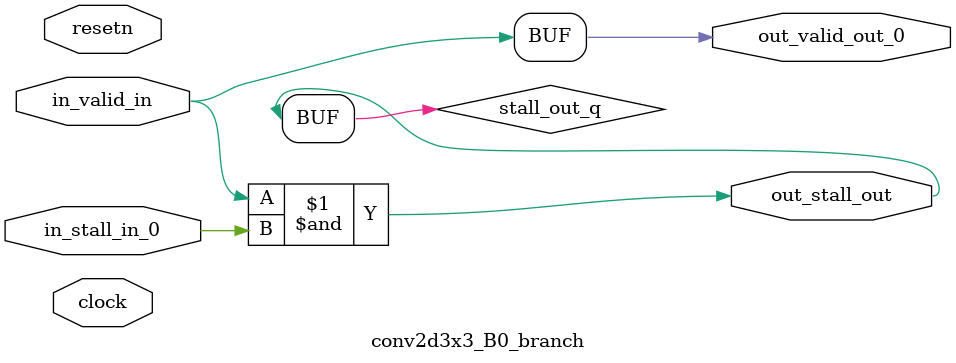
<source format=sv>



(* altera_attribute = "-name AUTO_SHIFT_REGISTER_RECOGNITION OFF; -name MESSAGE_DISABLE 10036; -name MESSAGE_DISABLE 10037; -name MESSAGE_DISABLE 14130; -name MESSAGE_DISABLE 14320; -name MESSAGE_DISABLE 15400; -name MESSAGE_DISABLE 14130; -name MESSAGE_DISABLE 10036; -name MESSAGE_DISABLE 12020; -name MESSAGE_DISABLE 12030; -name MESSAGE_DISABLE 12010; -name MESSAGE_DISABLE 12110; -name MESSAGE_DISABLE 14320; -name MESSAGE_DISABLE 13410; -name MESSAGE_DISABLE 113007; -name MESSAGE_DISABLE 10958" *)
module conv2d3x3_B0_branch (
    input wire [0:0] in_stall_in_0,
    input wire [0:0] in_valid_in,
    output wire [0:0] out_stall_out,
    output wire [0:0] out_valid_out_0,
    input wire clock,
    input wire resetn
    );

    wire [0:0] stall_out_q;


    // stall_out(LOGICAL,6)
    assign stall_out_q = in_valid_in & in_stall_in_0;

    // out_stall_out(GPOUT,4)
    assign out_stall_out = stall_out_q;

    // out_valid_out_0(GPOUT,5)
    assign out_valid_out_0 = in_valid_in;

endmodule

</source>
